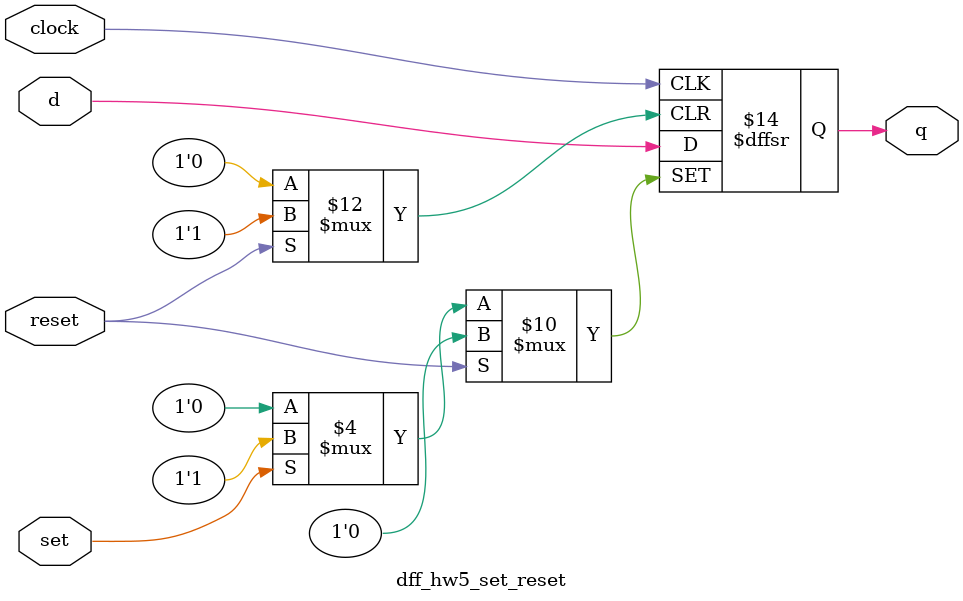
<source format=v>

module dff_hw5_set_reset(clock, reset, set, d, q);
   input  clock;	// Flip-flop clock
   input  reset;	// Asynchronous active-high reset
   input  set;		// Asynchronous active-high set
   input  d;		// Flip-flop input
   output q;		// Flip-flop output
   reg    q;

   always @(posedge clock or posedge reset or posedge set) begin
      if(reset)
         q <= 1'b0;
      else if(set)
         q <= 1'b1;
      else
         q <= d;
   end

endmodule

</source>
